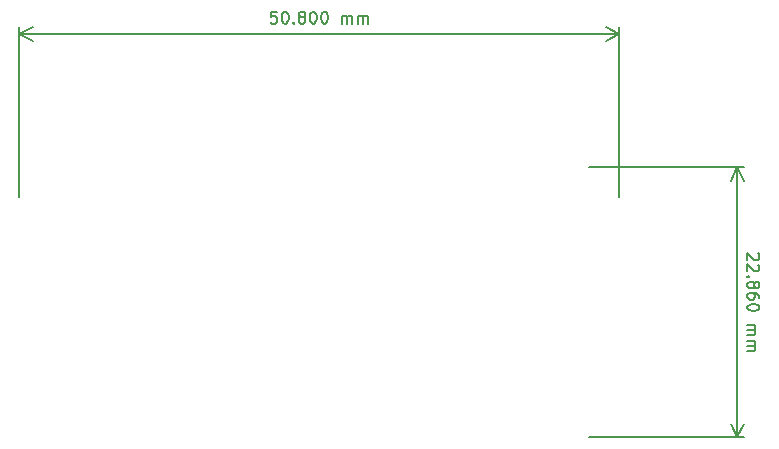
<source format=gbr>
G04 #@! TF.GenerationSoftware,KiCad,Pcbnew,(5.1.4)-1*
G04 #@! TF.CreationDate,2019-12-30T09:54:18-05:00*
G04 #@! TF.ProjectId,Feather-SAM-M8Q-GPS,46656174-6865-4722-9d53-414d2d4d3851,rev?*
G04 #@! TF.SameCoordinates,Original*
G04 #@! TF.FileFunction,Drawing*
%FSLAX46Y46*%
G04 Gerber Fmt 4.6, Leading zero omitted, Abs format (unit mm)*
G04 Created by KiCad (PCBNEW (5.1.4)-1) date 2019-12-30 09:54:18*
%MOMM*%
%LPD*%
G04 APERTURE LIST*
%ADD10C,0.150000*%
G04 APERTURE END LIST*
D10*
X148881880Y-63116342D02*
X148929500Y-63163961D01*
X148977119Y-63259200D01*
X148977119Y-63497295D01*
X148929500Y-63592533D01*
X148881880Y-63640152D01*
X148786642Y-63687771D01*
X148691404Y-63687771D01*
X148548547Y-63640152D01*
X147977119Y-63068723D01*
X147977119Y-63687771D01*
X148881880Y-64068723D02*
X148929500Y-64116342D01*
X148977119Y-64211580D01*
X148977119Y-64449676D01*
X148929500Y-64544914D01*
X148881880Y-64592533D01*
X148786642Y-64640152D01*
X148691404Y-64640152D01*
X148548547Y-64592533D01*
X147977119Y-64021104D01*
X147977119Y-64640152D01*
X148072357Y-65068723D02*
X148024738Y-65116342D01*
X147977119Y-65068723D01*
X148024738Y-65021104D01*
X148072357Y-65068723D01*
X147977119Y-65068723D01*
X148548547Y-65687771D02*
X148596166Y-65592533D01*
X148643785Y-65544914D01*
X148739023Y-65497295D01*
X148786642Y-65497295D01*
X148881880Y-65544914D01*
X148929500Y-65592533D01*
X148977119Y-65687771D01*
X148977119Y-65878247D01*
X148929500Y-65973485D01*
X148881880Y-66021104D01*
X148786642Y-66068723D01*
X148739023Y-66068723D01*
X148643785Y-66021104D01*
X148596166Y-65973485D01*
X148548547Y-65878247D01*
X148548547Y-65687771D01*
X148500928Y-65592533D01*
X148453309Y-65544914D01*
X148358071Y-65497295D01*
X148167595Y-65497295D01*
X148072357Y-65544914D01*
X148024738Y-65592533D01*
X147977119Y-65687771D01*
X147977119Y-65878247D01*
X148024738Y-65973485D01*
X148072357Y-66021104D01*
X148167595Y-66068723D01*
X148358071Y-66068723D01*
X148453309Y-66021104D01*
X148500928Y-65973485D01*
X148548547Y-65878247D01*
X148977119Y-66925866D02*
X148977119Y-66735390D01*
X148929500Y-66640152D01*
X148881880Y-66592533D01*
X148739023Y-66497295D01*
X148548547Y-66449676D01*
X148167595Y-66449676D01*
X148072357Y-66497295D01*
X148024738Y-66544914D01*
X147977119Y-66640152D01*
X147977119Y-66830628D01*
X148024738Y-66925866D01*
X148072357Y-66973485D01*
X148167595Y-67021104D01*
X148405690Y-67021104D01*
X148500928Y-66973485D01*
X148548547Y-66925866D01*
X148596166Y-66830628D01*
X148596166Y-66640152D01*
X148548547Y-66544914D01*
X148500928Y-66497295D01*
X148405690Y-66449676D01*
X148977119Y-67640152D02*
X148977119Y-67735390D01*
X148929500Y-67830628D01*
X148881880Y-67878247D01*
X148786642Y-67925866D01*
X148596166Y-67973485D01*
X148358071Y-67973485D01*
X148167595Y-67925866D01*
X148072357Y-67878247D01*
X148024738Y-67830628D01*
X147977119Y-67735390D01*
X147977119Y-67640152D01*
X148024738Y-67544914D01*
X148072357Y-67497295D01*
X148167595Y-67449676D01*
X148358071Y-67402057D01*
X148596166Y-67402057D01*
X148786642Y-67449676D01*
X148881880Y-67497295D01*
X148929500Y-67544914D01*
X148977119Y-67640152D01*
X147977119Y-69163961D02*
X148643785Y-69163961D01*
X148548547Y-69163961D02*
X148596166Y-69211580D01*
X148643785Y-69306819D01*
X148643785Y-69449676D01*
X148596166Y-69544914D01*
X148500928Y-69592533D01*
X147977119Y-69592533D01*
X148500928Y-69592533D02*
X148596166Y-69640152D01*
X148643785Y-69735390D01*
X148643785Y-69878247D01*
X148596166Y-69973485D01*
X148500928Y-70021104D01*
X147977119Y-70021104D01*
X147977119Y-70497295D02*
X148643785Y-70497295D01*
X148548547Y-70497295D02*
X148596166Y-70544914D01*
X148643785Y-70640152D01*
X148643785Y-70783009D01*
X148596166Y-70878247D01*
X148500928Y-70925866D01*
X147977119Y-70925866D01*
X148500928Y-70925866D02*
X148596166Y-70973485D01*
X148643785Y-71068723D01*
X148643785Y-71211580D01*
X148596166Y-71306819D01*
X148500928Y-71354438D01*
X147977119Y-71354438D01*
X147129500Y-55829200D02*
X147129500Y-78689200D01*
X134594600Y-55829200D02*
X147715921Y-55829200D01*
X134594600Y-78689200D02*
X147715921Y-78689200D01*
X147129500Y-78689200D02*
X146543079Y-77562696D01*
X147129500Y-78689200D02*
X147715921Y-77562696D01*
X147129500Y-55829200D02*
X146543079Y-56955704D01*
X147129500Y-55829200D02*
X147715921Y-56955704D01*
X108115552Y-42653180D02*
X107639361Y-42653180D01*
X107591742Y-43129371D01*
X107639361Y-43081752D01*
X107734600Y-43034133D01*
X107972695Y-43034133D01*
X108067933Y-43081752D01*
X108115552Y-43129371D01*
X108163171Y-43224609D01*
X108163171Y-43462704D01*
X108115552Y-43557942D01*
X108067933Y-43605561D01*
X107972695Y-43653180D01*
X107734600Y-43653180D01*
X107639361Y-43605561D01*
X107591742Y-43557942D01*
X108782219Y-42653180D02*
X108877457Y-42653180D01*
X108972695Y-42700800D01*
X109020314Y-42748419D01*
X109067933Y-42843657D01*
X109115552Y-43034133D01*
X109115552Y-43272228D01*
X109067933Y-43462704D01*
X109020314Y-43557942D01*
X108972695Y-43605561D01*
X108877457Y-43653180D01*
X108782219Y-43653180D01*
X108686980Y-43605561D01*
X108639361Y-43557942D01*
X108591742Y-43462704D01*
X108544123Y-43272228D01*
X108544123Y-43034133D01*
X108591742Y-42843657D01*
X108639361Y-42748419D01*
X108686980Y-42700800D01*
X108782219Y-42653180D01*
X109544123Y-43557942D02*
X109591742Y-43605561D01*
X109544123Y-43653180D01*
X109496504Y-43605561D01*
X109544123Y-43557942D01*
X109544123Y-43653180D01*
X110163171Y-43081752D02*
X110067933Y-43034133D01*
X110020314Y-42986514D01*
X109972695Y-42891276D01*
X109972695Y-42843657D01*
X110020314Y-42748419D01*
X110067933Y-42700800D01*
X110163171Y-42653180D01*
X110353647Y-42653180D01*
X110448885Y-42700800D01*
X110496504Y-42748419D01*
X110544123Y-42843657D01*
X110544123Y-42891276D01*
X110496504Y-42986514D01*
X110448885Y-43034133D01*
X110353647Y-43081752D01*
X110163171Y-43081752D01*
X110067933Y-43129371D01*
X110020314Y-43176990D01*
X109972695Y-43272228D01*
X109972695Y-43462704D01*
X110020314Y-43557942D01*
X110067933Y-43605561D01*
X110163171Y-43653180D01*
X110353647Y-43653180D01*
X110448885Y-43605561D01*
X110496504Y-43557942D01*
X110544123Y-43462704D01*
X110544123Y-43272228D01*
X110496504Y-43176990D01*
X110448885Y-43129371D01*
X110353647Y-43081752D01*
X111163171Y-42653180D02*
X111258409Y-42653180D01*
X111353647Y-42700800D01*
X111401266Y-42748419D01*
X111448885Y-42843657D01*
X111496504Y-43034133D01*
X111496504Y-43272228D01*
X111448885Y-43462704D01*
X111401266Y-43557942D01*
X111353647Y-43605561D01*
X111258409Y-43653180D01*
X111163171Y-43653180D01*
X111067933Y-43605561D01*
X111020314Y-43557942D01*
X110972695Y-43462704D01*
X110925076Y-43272228D01*
X110925076Y-43034133D01*
X110972695Y-42843657D01*
X111020314Y-42748419D01*
X111067933Y-42700800D01*
X111163171Y-42653180D01*
X112115552Y-42653180D02*
X112210790Y-42653180D01*
X112306028Y-42700800D01*
X112353647Y-42748419D01*
X112401266Y-42843657D01*
X112448885Y-43034133D01*
X112448885Y-43272228D01*
X112401266Y-43462704D01*
X112353647Y-43557942D01*
X112306028Y-43605561D01*
X112210790Y-43653180D01*
X112115552Y-43653180D01*
X112020314Y-43605561D01*
X111972695Y-43557942D01*
X111925076Y-43462704D01*
X111877457Y-43272228D01*
X111877457Y-43034133D01*
X111925076Y-42843657D01*
X111972695Y-42748419D01*
X112020314Y-42700800D01*
X112115552Y-42653180D01*
X113639361Y-43653180D02*
X113639361Y-42986514D01*
X113639361Y-43081752D02*
X113686980Y-43034133D01*
X113782219Y-42986514D01*
X113925076Y-42986514D01*
X114020314Y-43034133D01*
X114067933Y-43129371D01*
X114067933Y-43653180D01*
X114067933Y-43129371D02*
X114115552Y-43034133D01*
X114210790Y-42986514D01*
X114353647Y-42986514D01*
X114448885Y-43034133D01*
X114496504Y-43129371D01*
X114496504Y-43653180D01*
X114972695Y-43653180D02*
X114972695Y-42986514D01*
X114972695Y-43081752D02*
X115020314Y-43034133D01*
X115115552Y-42986514D01*
X115258409Y-42986514D01*
X115353647Y-43034133D01*
X115401266Y-43129371D01*
X115401266Y-43653180D01*
X115401266Y-43129371D02*
X115448885Y-43034133D01*
X115544123Y-42986514D01*
X115686980Y-42986514D01*
X115782219Y-43034133D01*
X115829838Y-43129371D01*
X115829838Y-43653180D01*
X137134600Y-44500800D02*
X86334600Y-44500800D01*
X137134600Y-58369200D02*
X137134600Y-43914379D01*
X86334600Y-58369200D02*
X86334600Y-43914379D01*
X86334600Y-44500800D02*
X87461104Y-43914379D01*
X86334600Y-44500800D02*
X87461104Y-45087221D01*
X137134600Y-44500800D02*
X136008096Y-43914379D01*
X137134600Y-44500800D02*
X136008096Y-45087221D01*
M02*

</source>
